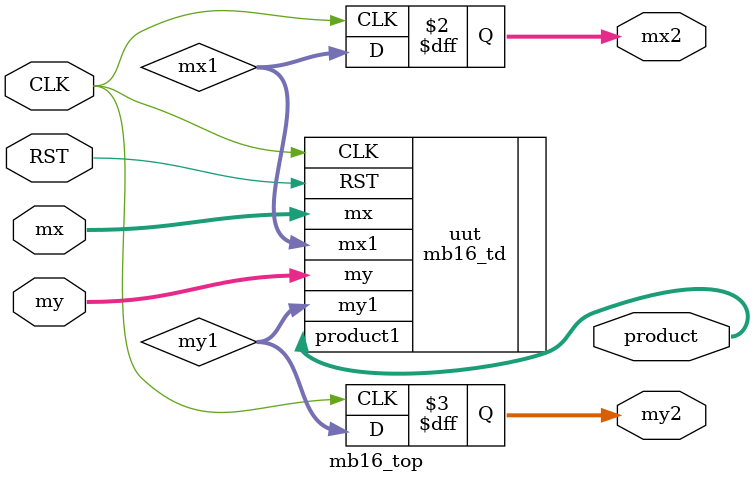
<source format=v>
module mb16_top #(parameter WIDTH = 16)(mx,my,CLK,RST,product,mx2,my2);
input wire [WIDTH-1:0] mx;
input wire [WIDTH-1:0] my;
input wire CLK;
input wire RST;
output wire [(WIDTH*2)-1:0] product;
output reg [WIDTH-1:0] mx2;
output reg [WIDTH-1:0] my2;

wire [WIDTH-1:0] mx1;
wire [WIDTH-1:0] my1;

always @(posedge CLK)
begin
mx2<=mx1;
my2<=my1;
end
mb16_td uut(
	.mx(mx),
	.my(my),
	.CLK(CLK),
	.RST(RST),
	.mx1(mx1),
	.my1(my1),
	.product1(product));
    
endmodule

</source>
